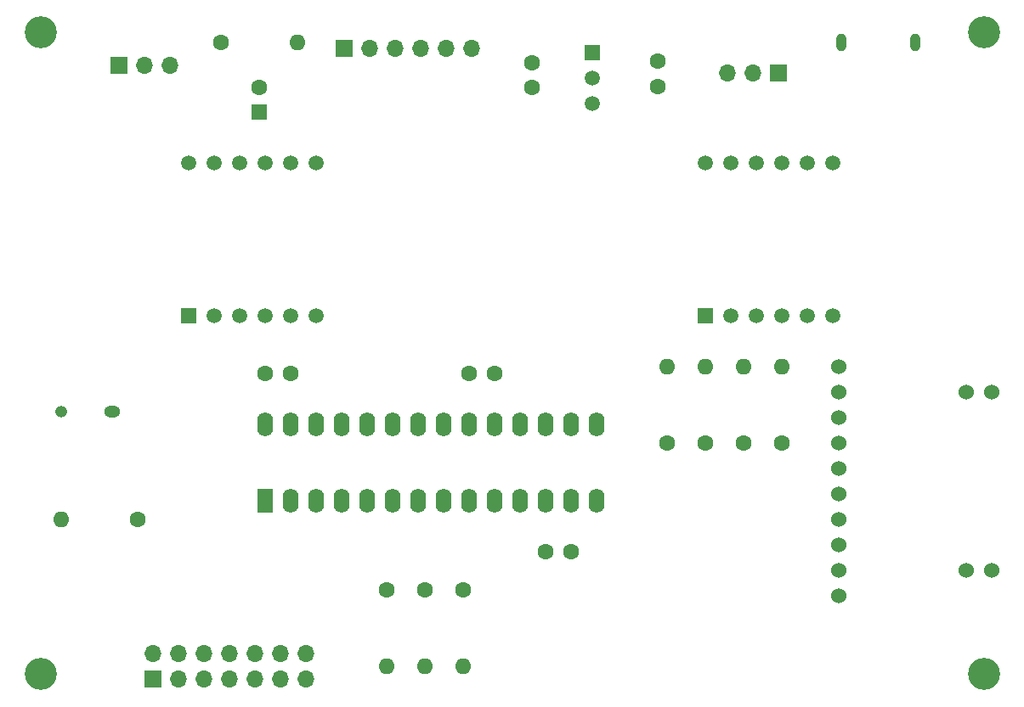
<source format=gbs>
G04 #@! TF.GenerationSoftware,KiCad,Pcbnew,(5.1.9)-1*
G04 #@! TF.CreationDate,2022-05-03T11:16:20+09:00*
G04 #@! TF.ProjectId,ZK80,5a4b3830-2e6b-4696-9361-645f70636258,rev?*
G04 #@! TF.SameCoordinates,PX2625a00PY9896800*
G04 #@! TF.FileFunction,Soldermask,Bot*
G04 #@! TF.FilePolarity,Negative*
%FSLAX46Y46*%
G04 Gerber Fmt 4.6, Leading zero omitted, Abs format (unit mm)*
G04 Created by KiCad (PCBNEW (5.1.9)-1) date 2022-05-03 11:16:20*
%MOMM*%
%LPD*%
G01*
G04 APERTURE LIST*
%ADD10C,3.200000*%
%ADD11R,1.600000X1.600000*%
%ADD12C,1.600000*%
%ADD13R,1.700000X1.700000*%
%ADD14O,1.700000X1.700000*%
%ADD15C,1.524000*%
%ADD16O,1.000000X1.800000*%
%ADD17O,1.600000X1.200000*%
%ADD18O,1.200000X1.200000*%
%ADD19O,1.600000X1.600000*%
%ADD20C,1.500000*%
%ADD21R,1.500000X1.500000*%
%ADD22R,1.600000X2.400000*%
%ADD23O,1.600000X2.400000*%
G04 APERTURE END LIST*
D10*
X3000000Y67000000D03*
X97000000Y67000000D03*
X97000000Y3000000D03*
X3000000Y3000000D03*
D11*
X24765000Y59055000D03*
D12*
X24765000Y61555000D03*
X53340000Y15240000D03*
X55840000Y15240000D03*
X27900000Y33020000D03*
X25400000Y33020000D03*
X45720000Y33020000D03*
X48220000Y33020000D03*
X64500000Y61635000D03*
X64500000Y64135000D03*
X52000000Y61500000D03*
X52000000Y64000000D03*
D13*
X33274000Y65405000D03*
D14*
X35814000Y65405000D03*
X38354000Y65405000D03*
X40894000Y65405000D03*
X43434000Y65405000D03*
X45974000Y65405000D03*
D15*
X82550000Y33655000D03*
X82550000Y31115000D03*
X82550000Y28575000D03*
X82550000Y26035000D03*
X82550000Y23495000D03*
X82550000Y20955000D03*
X82550000Y18415000D03*
X82550000Y15875000D03*
X82550000Y13335000D03*
X82550000Y10795000D03*
X95250000Y31115000D03*
X97790000Y31115000D03*
X95250000Y13335000D03*
X97790000Y13335000D03*
D16*
X82750000Y66000000D03*
X90150000Y66000000D03*
D13*
X14224000Y2540000D03*
D14*
X14224000Y5080000D03*
X16764000Y2540000D03*
X16764000Y5080000D03*
X19304000Y2540000D03*
X19304000Y5080000D03*
X21844000Y2540000D03*
X21844000Y5080000D03*
X24384000Y2540000D03*
X24384000Y5080000D03*
X26924000Y2540000D03*
X26924000Y5080000D03*
X29464000Y2540000D03*
X29464000Y5080000D03*
D17*
X10160000Y29210000D03*
D18*
X5080000Y29210000D03*
D12*
X20955000Y66040000D03*
D19*
X28575000Y66040000D03*
X65405000Y33655000D03*
D12*
X65405000Y26035000D03*
X69215000Y26035000D03*
D19*
X69215000Y33655000D03*
X73025000Y33655000D03*
D12*
X73025000Y26035000D03*
X76835000Y26035000D03*
D19*
X76835000Y33655000D03*
D12*
X12700000Y18415000D03*
D19*
X5080000Y18415000D03*
X37465000Y3810000D03*
D12*
X37465000Y11430000D03*
X41275000Y11430000D03*
D19*
X41275000Y3810000D03*
X45085000Y3810000D03*
D12*
X45085000Y11430000D03*
D14*
X15875000Y63754000D03*
X13335000Y63754000D03*
D13*
X10795000Y63754000D03*
X76500000Y63000000D03*
D14*
X73960000Y63000000D03*
X71420000Y63000000D03*
D20*
X17780000Y53975000D03*
X20320000Y53975000D03*
X22860000Y53975000D03*
X25400000Y53975000D03*
X27940000Y53975000D03*
X30480000Y53975000D03*
X30480000Y38735000D03*
X27940000Y38735000D03*
X25400000Y38735000D03*
X22860000Y38735000D03*
X20320000Y38735000D03*
D21*
X17780000Y38735000D03*
X69215000Y38735000D03*
D20*
X71755000Y38735000D03*
X74295000Y38735000D03*
X76835000Y38735000D03*
X79375000Y38735000D03*
X81915000Y38735000D03*
X81915000Y53975000D03*
X79375000Y53975000D03*
X76835000Y53975000D03*
X74295000Y53975000D03*
X71755000Y53975000D03*
X69215000Y53975000D03*
D22*
X25400000Y20320000D03*
D23*
X58420000Y27940000D03*
X27940000Y20320000D03*
X55880000Y27940000D03*
X30480000Y20320000D03*
X53340000Y27940000D03*
X33020000Y20320000D03*
X50800000Y27940000D03*
X35560000Y20320000D03*
X48260000Y27940000D03*
X38100000Y20320000D03*
X45720000Y27940000D03*
X40640000Y20320000D03*
X43180000Y27940000D03*
X43180000Y20320000D03*
X40640000Y27940000D03*
X45720000Y20320000D03*
X38100000Y27940000D03*
X48260000Y20320000D03*
X35560000Y27940000D03*
X50800000Y20320000D03*
X33020000Y27940000D03*
X53340000Y20320000D03*
X30480000Y27940000D03*
X55880000Y20320000D03*
X27940000Y27940000D03*
X58420000Y20320000D03*
X25400000Y27940000D03*
D20*
X58000000Y62460000D03*
X58000000Y59920000D03*
D21*
X58000000Y65000000D03*
M02*

</source>
